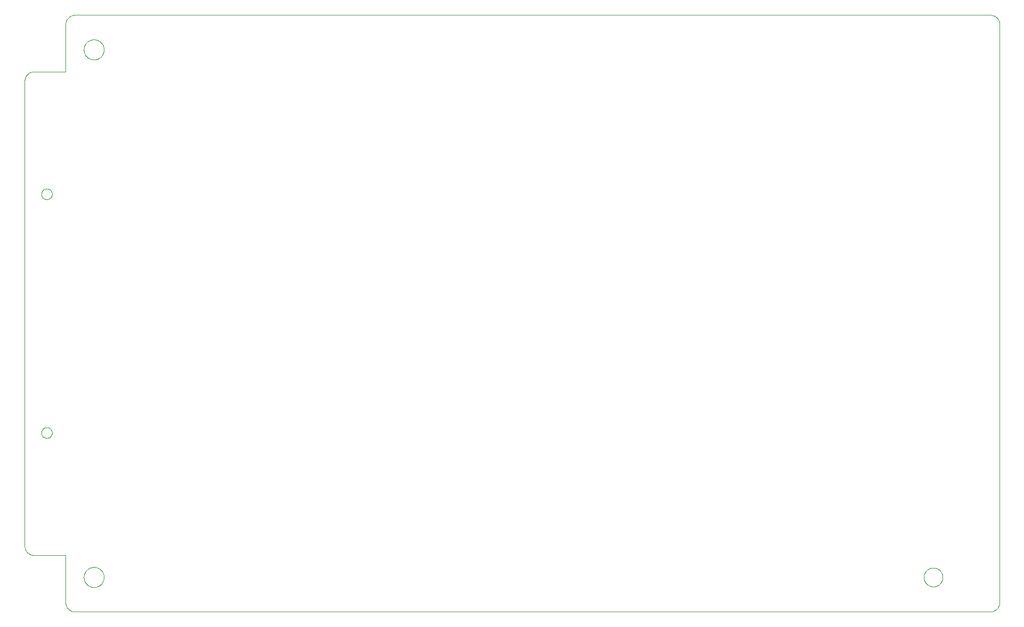
<source format=gko>
G75*
%MOIN*%
%OFA0B0*%
%FSLAX25Y25*%
%IPPOS*%
%LPD*%
%AMOC8*
5,1,8,0,0,1.08239X$1,22.5*
%
%ADD10C,0.00394*%
%ADD11C,0.00000*%
D10*
X0187207Y0072122D02*
X0187207Y0363461D01*
X0187209Y0363613D01*
X0187215Y0363765D01*
X0187225Y0363917D01*
X0187238Y0364068D01*
X0187256Y0364219D01*
X0187277Y0364370D01*
X0187303Y0364520D01*
X0187332Y0364669D01*
X0187365Y0364818D01*
X0187402Y0364965D01*
X0187442Y0365112D01*
X0187487Y0365257D01*
X0187535Y0365401D01*
X0187587Y0365544D01*
X0187642Y0365686D01*
X0187701Y0365826D01*
X0187764Y0365965D01*
X0187830Y0366102D01*
X0187900Y0366237D01*
X0187973Y0366370D01*
X0188050Y0366501D01*
X0188130Y0366631D01*
X0188213Y0366758D01*
X0188299Y0366883D01*
X0188389Y0367006D01*
X0188482Y0367126D01*
X0188578Y0367244D01*
X0188677Y0367360D01*
X0188779Y0367473D01*
X0188883Y0367583D01*
X0188991Y0367691D01*
X0189101Y0367795D01*
X0189214Y0367897D01*
X0189330Y0367996D01*
X0189448Y0368092D01*
X0189568Y0368185D01*
X0189691Y0368275D01*
X0189816Y0368361D01*
X0189943Y0368444D01*
X0190073Y0368524D01*
X0190204Y0368601D01*
X0190337Y0368674D01*
X0190472Y0368744D01*
X0190609Y0368810D01*
X0190748Y0368873D01*
X0190888Y0368932D01*
X0191030Y0368987D01*
X0191173Y0369039D01*
X0191317Y0369087D01*
X0191462Y0369132D01*
X0191609Y0369172D01*
X0191756Y0369209D01*
X0191905Y0369242D01*
X0192054Y0369271D01*
X0192204Y0369297D01*
X0192355Y0369318D01*
X0192506Y0369336D01*
X0192657Y0369349D01*
X0192809Y0369359D01*
X0192961Y0369365D01*
X0193113Y0369367D01*
X0193113Y0369366D02*
X0212798Y0369366D01*
X0212798Y0398894D01*
X0212797Y0398894D02*
X0212799Y0399046D01*
X0212805Y0399198D01*
X0212815Y0399350D01*
X0212828Y0399501D01*
X0212846Y0399652D01*
X0212867Y0399803D01*
X0212893Y0399953D01*
X0212922Y0400102D01*
X0212955Y0400251D01*
X0212992Y0400398D01*
X0213032Y0400545D01*
X0213077Y0400690D01*
X0213125Y0400834D01*
X0213177Y0400977D01*
X0213232Y0401119D01*
X0213291Y0401259D01*
X0213354Y0401398D01*
X0213420Y0401535D01*
X0213490Y0401670D01*
X0213563Y0401803D01*
X0213640Y0401934D01*
X0213720Y0402064D01*
X0213803Y0402191D01*
X0213889Y0402316D01*
X0213979Y0402439D01*
X0214072Y0402559D01*
X0214168Y0402677D01*
X0214267Y0402793D01*
X0214369Y0402906D01*
X0214473Y0403016D01*
X0214581Y0403124D01*
X0214691Y0403228D01*
X0214804Y0403330D01*
X0214920Y0403429D01*
X0215038Y0403525D01*
X0215158Y0403618D01*
X0215281Y0403708D01*
X0215406Y0403794D01*
X0215533Y0403877D01*
X0215663Y0403957D01*
X0215794Y0404034D01*
X0215927Y0404107D01*
X0216062Y0404177D01*
X0216199Y0404243D01*
X0216338Y0404306D01*
X0216478Y0404365D01*
X0216620Y0404420D01*
X0216763Y0404472D01*
X0216907Y0404520D01*
X0217052Y0404565D01*
X0217199Y0404605D01*
X0217346Y0404642D01*
X0217495Y0404675D01*
X0217644Y0404704D01*
X0217794Y0404730D01*
X0217945Y0404751D01*
X0218096Y0404769D01*
X0218247Y0404782D01*
X0218399Y0404792D01*
X0218551Y0404798D01*
X0218703Y0404800D01*
X0218703Y0404799D02*
X0791538Y0404799D01*
X0791538Y0404800D02*
X0791690Y0404798D01*
X0791842Y0404792D01*
X0791994Y0404782D01*
X0792145Y0404769D01*
X0792296Y0404751D01*
X0792447Y0404730D01*
X0792597Y0404704D01*
X0792746Y0404675D01*
X0792895Y0404642D01*
X0793042Y0404605D01*
X0793189Y0404565D01*
X0793334Y0404520D01*
X0793478Y0404472D01*
X0793621Y0404420D01*
X0793763Y0404365D01*
X0793903Y0404306D01*
X0794042Y0404243D01*
X0794179Y0404177D01*
X0794314Y0404107D01*
X0794447Y0404034D01*
X0794578Y0403957D01*
X0794708Y0403877D01*
X0794835Y0403794D01*
X0794960Y0403708D01*
X0795083Y0403618D01*
X0795203Y0403525D01*
X0795321Y0403429D01*
X0795437Y0403330D01*
X0795550Y0403228D01*
X0795660Y0403124D01*
X0795768Y0403016D01*
X0795872Y0402906D01*
X0795974Y0402793D01*
X0796073Y0402677D01*
X0796169Y0402559D01*
X0796262Y0402439D01*
X0796352Y0402316D01*
X0796438Y0402191D01*
X0796521Y0402064D01*
X0796601Y0401934D01*
X0796678Y0401803D01*
X0796751Y0401670D01*
X0796821Y0401535D01*
X0796887Y0401398D01*
X0796950Y0401259D01*
X0797009Y0401119D01*
X0797064Y0400977D01*
X0797116Y0400834D01*
X0797164Y0400690D01*
X0797209Y0400545D01*
X0797249Y0400398D01*
X0797286Y0400251D01*
X0797319Y0400102D01*
X0797348Y0399953D01*
X0797374Y0399803D01*
X0797395Y0399652D01*
X0797413Y0399501D01*
X0797426Y0399350D01*
X0797436Y0399198D01*
X0797442Y0399046D01*
X0797444Y0398894D01*
X0797444Y0036689D01*
X0797442Y0036537D01*
X0797436Y0036385D01*
X0797426Y0036233D01*
X0797413Y0036082D01*
X0797395Y0035931D01*
X0797374Y0035780D01*
X0797348Y0035630D01*
X0797319Y0035481D01*
X0797286Y0035332D01*
X0797249Y0035185D01*
X0797209Y0035038D01*
X0797164Y0034893D01*
X0797116Y0034749D01*
X0797064Y0034606D01*
X0797009Y0034464D01*
X0796950Y0034324D01*
X0796887Y0034185D01*
X0796821Y0034048D01*
X0796751Y0033913D01*
X0796678Y0033780D01*
X0796601Y0033649D01*
X0796521Y0033519D01*
X0796438Y0033392D01*
X0796352Y0033267D01*
X0796262Y0033144D01*
X0796169Y0033024D01*
X0796073Y0032906D01*
X0795974Y0032790D01*
X0795872Y0032677D01*
X0795768Y0032567D01*
X0795660Y0032459D01*
X0795550Y0032355D01*
X0795437Y0032253D01*
X0795321Y0032154D01*
X0795203Y0032058D01*
X0795083Y0031965D01*
X0794960Y0031875D01*
X0794835Y0031789D01*
X0794708Y0031706D01*
X0794578Y0031626D01*
X0794447Y0031549D01*
X0794314Y0031476D01*
X0794179Y0031406D01*
X0794042Y0031340D01*
X0793903Y0031277D01*
X0793763Y0031218D01*
X0793621Y0031163D01*
X0793478Y0031111D01*
X0793334Y0031063D01*
X0793189Y0031018D01*
X0793042Y0030978D01*
X0792895Y0030941D01*
X0792746Y0030908D01*
X0792597Y0030879D01*
X0792447Y0030853D01*
X0792296Y0030832D01*
X0792145Y0030814D01*
X0791994Y0030801D01*
X0791842Y0030791D01*
X0791690Y0030785D01*
X0791538Y0030783D01*
X0218703Y0030783D01*
X0218551Y0030785D01*
X0218399Y0030791D01*
X0218247Y0030801D01*
X0218096Y0030814D01*
X0217945Y0030832D01*
X0217794Y0030853D01*
X0217644Y0030879D01*
X0217495Y0030908D01*
X0217346Y0030941D01*
X0217199Y0030978D01*
X0217052Y0031018D01*
X0216907Y0031063D01*
X0216763Y0031111D01*
X0216620Y0031163D01*
X0216478Y0031218D01*
X0216338Y0031277D01*
X0216199Y0031340D01*
X0216062Y0031406D01*
X0215927Y0031476D01*
X0215794Y0031549D01*
X0215663Y0031626D01*
X0215533Y0031706D01*
X0215406Y0031789D01*
X0215281Y0031875D01*
X0215158Y0031965D01*
X0215038Y0032058D01*
X0214920Y0032154D01*
X0214804Y0032253D01*
X0214691Y0032355D01*
X0214581Y0032459D01*
X0214473Y0032567D01*
X0214369Y0032677D01*
X0214267Y0032790D01*
X0214168Y0032906D01*
X0214072Y0033024D01*
X0213979Y0033144D01*
X0213889Y0033267D01*
X0213803Y0033392D01*
X0213720Y0033519D01*
X0213640Y0033649D01*
X0213563Y0033780D01*
X0213490Y0033913D01*
X0213420Y0034048D01*
X0213354Y0034185D01*
X0213291Y0034324D01*
X0213232Y0034464D01*
X0213177Y0034606D01*
X0213125Y0034749D01*
X0213077Y0034893D01*
X0213032Y0035038D01*
X0212992Y0035185D01*
X0212955Y0035332D01*
X0212922Y0035481D01*
X0212893Y0035630D01*
X0212867Y0035780D01*
X0212846Y0035931D01*
X0212828Y0036082D01*
X0212815Y0036233D01*
X0212805Y0036385D01*
X0212799Y0036537D01*
X0212797Y0036689D01*
X0212798Y0036689D02*
X0212798Y0066217D01*
X0193113Y0066217D01*
X0193113Y0066216D02*
X0192961Y0066218D01*
X0192809Y0066224D01*
X0192657Y0066234D01*
X0192506Y0066247D01*
X0192355Y0066265D01*
X0192204Y0066286D01*
X0192054Y0066312D01*
X0191905Y0066341D01*
X0191756Y0066374D01*
X0191609Y0066411D01*
X0191462Y0066451D01*
X0191317Y0066496D01*
X0191173Y0066544D01*
X0191030Y0066596D01*
X0190888Y0066651D01*
X0190748Y0066710D01*
X0190609Y0066773D01*
X0190472Y0066839D01*
X0190337Y0066909D01*
X0190204Y0066982D01*
X0190073Y0067059D01*
X0189943Y0067139D01*
X0189816Y0067222D01*
X0189691Y0067308D01*
X0189568Y0067398D01*
X0189448Y0067491D01*
X0189330Y0067587D01*
X0189214Y0067686D01*
X0189101Y0067788D01*
X0188991Y0067892D01*
X0188883Y0068000D01*
X0188779Y0068110D01*
X0188677Y0068223D01*
X0188578Y0068339D01*
X0188482Y0068457D01*
X0188389Y0068577D01*
X0188299Y0068700D01*
X0188213Y0068825D01*
X0188130Y0068952D01*
X0188050Y0069082D01*
X0187973Y0069213D01*
X0187900Y0069346D01*
X0187830Y0069481D01*
X0187764Y0069618D01*
X0187701Y0069757D01*
X0187642Y0069897D01*
X0187587Y0070039D01*
X0187535Y0070182D01*
X0187487Y0070326D01*
X0187442Y0070471D01*
X0187402Y0070618D01*
X0187365Y0070765D01*
X0187332Y0070914D01*
X0187303Y0071063D01*
X0187277Y0071213D01*
X0187256Y0071364D01*
X0187238Y0071515D01*
X0187225Y0071666D01*
X0187215Y0071818D01*
X0187209Y0071970D01*
X0187207Y0072122D01*
D11*
X0224215Y0052437D02*
X0224217Y0052595D01*
X0224223Y0052753D01*
X0224233Y0052911D01*
X0224247Y0053069D01*
X0224265Y0053226D01*
X0224286Y0053383D01*
X0224312Y0053539D01*
X0224342Y0053695D01*
X0224375Y0053850D01*
X0224413Y0054003D01*
X0224454Y0054156D01*
X0224499Y0054308D01*
X0224548Y0054459D01*
X0224601Y0054608D01*
X0224657Y0054756D01*
X0224717Y0054902D01*
X0224781Y0055047D01*
X0224849Y0055190D01*
X0224920Y0055332D01*
X0224994Y0055472D01*
X0225072Y0055609D01*
X0225154Y0055745D01*
X0225238Y0055879D01*
X0225327Y0056010D01*
X0225418Y0056139D01*
X0225513Y0056266D01*
X0225610Y0056391D01*
X0225711Y0056513D01*
X0225815Y0056632D01*
X0225922Y0056749D01*
X0226032Y0056863D01*
X0226145Y0056974D01*
X0226260Y0057083D01*
X0226378Y0057188D01*
X0226499Y0057290D01*
X0226622Y0057390D01*
X0226748Y0057486D01*
X0226876Y0057579D01*
X0227006Y0057669D01*
X0227139Y0057755D01*
X0227274Y0057839D01*
X0227410Y0057918D01*
X0227549Y0057995D01*
X0227690Y0058067D01*
X0227832Y0058137D01*
X0227976Y0058202D01*
X0228122Y0058264D01*
X0228269Y0058322D01*
X0228418Y0058377D01*
X0228568Y0058428D01*
X0228719Y0058475D01*
X0228871Y0058518D01*
X0229024Y0058557D01*
X0229179Y0058593D01*
X0229334Y0058624D01*
X0229490Y0058652D01*
X0229646Y0058676D01*
X0229803Y0058696D01*
X0229961Y0058712D01*
X0230118Y0058724D01*
X0230277Y0058732D01*
X0230435Y0058736D01*
X0230593Y0058736D01*
X0230751Y0058732D01*
X0230910Y0058724D01*
X0231067Y0058712D01*
X0231225Y0058696D01*
X0231382Y0058676D01*
X0231538Y0058652D01*
X0231694Y0058624D01*
X0231849Y0058593D01*
X0232004Y0058557D01*
X0232157Y0058518D01*
X0232309Y0058475D01*
X0232460Y0058428D01*
X0232610Y0058377D01*
X0232759Y0058322D01*
X0232906Y0058264D01*
X0233052Y0058202D01*
X0233196Y0058137D01*
X0233338Y0058067D01*
X0233479Y0057995D01*
X0233618Y0057918D01*
X0233754Y0057839D01*
X0233889Y0057755D01*
X0234022Y0057669D01*
X0234152Y0057579D01*
X0234280Y0057486D01*
X0234406Y0057390D01*
X0234529Y0057290D01*
X0234650Y0057188D01*
X0234768Y0057083D01*
X0234883Y0056974D01*
X0234996Y0056863D01*
X0235106Y0056749D01*
X0235213Y0056632D01*
X0235317Y0056513D01*
X0235418Y0056391D01*
X0235515Y0056266D01*
X0235610Y0056139D01*
X0235701Y0056010D01*
X0235790Y0055879D01*
X0235874Y0055745D01*
X0235956Y0055609D01*
X0236034Y0055472D01*
X0236108Y0055332D01*
X0236179Y0055190D01*
X0236247Y0055047D01*
X0236311Y0054902D01*
X0236371Y0054756D01*
X0236427Y0054608D01*
X0236480Y0054459D01*
X0236529Y0054308D01*
X0236574Y0054156D01*
X0236615Y0054003D01*
X0236653Y0053850D01*
X0236686Y0053695D01*
X0236716Y0053539D01*
X0236742Y0053383D01*
X0236763Y0053226D01*
X0236781Y0053069D01*
X0236795Y0052911D01*
X0236805Y0052753D01*
X0236811Y0052595D01*
X0236813Y0052437D01*
X0236811Y0052279D01*
X0236805Y0052121D01*
X0236795Y0051963D01*
X0236781Y0051805D01*
X0236763Y0051648D01*
X0236742Y0051491D01*
X0236716Y0051335D01*
X0236686Y0051179D01*
X0236653Y0051024D01*
X0236615Y0050871D01*
X0236574Y0050718D01*
X0236529Y0050566D01*
X0236480Y0050415D01*
X0236427Y0050266D01*
X0236371Y0050118D01*
X0236311Y0049972D01*
X0236247Y0049827D01*
X0236179Y0049684D01*
X0236108Y0049542D01*
X0236034Y0049402D01*
X0235956Y0049265D01*
X0235874Y0049129D01*
X0235790Y0048995D01*
X0235701Y0048864D01*
X0235610Y0048735D01*
X0235515Y0048608D01*
X0235418Y0048483D01*
X0235317Y0048361D01*
X0235213Y0048242D01*
X0235106Y0048125D01*
X0234996Y0048011D01*
X0234883Y0047900D01*
X0234768Y0047791D01*
X0234650Y0047686D01*
X0234529Y0047584D01*
X0234406Y0047484D01*
X0234280Y0047388D01*
X0234152Y0047295D01*
X0234022Y0047205D01*
X0233889Y0047119D01*
X0233754Y0047035D01*
X0233618Y0046956D01*
X0233479Y0046879D01*
X0233338Y0046807D01*
X0233196Y0046737D01*
X0233052Y0046672D01*
X0232906Y0046610D01*
X0232759Y0046552D01*
X0232610Y0046497D01*
X0232460Y0046446D01*
X0232309Y0046399D01*
X0232157Y0046356D01*
X0232004Y0046317D01*
X0231849Y0046281D01*
X0231694Y0046250D01*
X0231538Y0046222D01*
X0231382Y0046198D01*
X0231225Y0046178D01*
X0231067Y0046162D01*
X0230910Y0046150D01*
X0230751Y0046142D01*
X0230593Y0046138D01*
X0230435Y0046138D01*
X0230277Y0046142D01*
X0230118Y0046150D01*
X0229961Y0046162D01*
X0229803Y0046178D01*
X0229646Y0046198D01*
X0229490Y0046222D01*
X0229334Y0046250D01*
X0229179Y0046281D01*
X0229024Y0046317D01*
X0228871Y0046356D01*
X0228719Y0046399D01*
X0228568Y0046446D01*
X0228418Y0046497D01*
X0228269Y0046552D01*
X0228122Y0046610D01*
X0227976Y0046672D01*
X0227832Y0046737D01*
X0227690Y0046807D01*
X0227549Y0046879D01*
X0227410Y0046956D01*
X0227274Y0047035D01*
X0227139Y0047119D01*
X0227006Y0047205D01*
X0226876Y0047295D01*
X0226748Y0047388D01*
X0226622Y0047484D01*
X0226499Y0047584D01*
X0226378Y0047686D01*
X0226260Y0047791D01*
X0226145Y0047900D01*
X0226032Y0048011D01*
X0225922Y0048125D01*
X0225815Y0048242D01*
X0225711Y0048361D01*
X0225610Y0048483D01*
X0225513Y0048608D01*
X0225418Y0048735D01*
X0225327Y0048864D01*
X0225238Y0048995D01*
X0225154Y0049129D01*
X0225072Y0049265D01*
X0224994Y0049402D01*
X0224920Y0049542D01*
X0224849Y0049684D01*
X0224781Y0049827D01*
X0224717Y0049972D01*
X0224657Y0050118D01*
X0224601Y0050266D01*
X0224548Y0050415D01*
X0224499Y0050566D01*
X0224454Y0050718D01*
X0224413Y0050871D01*
X0224375Y0051024D01*
X0224342Y0051179D01*
X0224312Y0051335D01*
X0224286Y0051491D01*
X0224265Y0051648D01*
X0224247Y0051805D01*
X0224233Y0051963D01*
X0224223Y0052121D01*
X0224217Y0052279D01*
X0224215Y0052437D01*
X0197641Y0142988D02*
X0197643Y0143103D01*
X0197649Y0143219D01*
X0197659Y0143334D01*
X0197673Y0143449D01*
X0197691Y0143563D01*
X0197713Y0143676D01*
X0197738Y0143789D01*
X0197768Y0143900D01*
X0197801Y0144011D01*
X0197838Y0144120D01*
X0197879Y0144228D01*
X0197924Y0144335D01*
X0197972Y0144440D01*
X0198024Y0144543D01*
X0198080Y0144644D01*
X0198139Y0144744D01*
X0198201Y0144841D01*
X0198267Y0144936D01*
X0198335Y0145029D01*
X0198407Y0145119D01*
X0198482Y0145207D01*
X0198561Y0145292D01*
X0198642Y0145374D01*
X0198725Y0145454D01*
X0198812Y0145530D01*
X0198901Y0145604D01*
X0198992Y0145674D01*
X0199086Y0145742D01*
X0199182Y0145806D01*
X0199281Y0145866D01*
X0199381Y0145923D01*
X0199483Y0145977D01*
X0199587Y0146027D01*
X0199693Y0146074D01*
X0199800Y0146117D01*
X0199909Y0146156D01*
X0200019Y0146191D01*
X0200130Y0146222D01*
X0200242Y0146250D01*
X0200355Y0146274D01*
X0200469Y0146294D01*
X0200584Y0146310D01*
X0200699Y0146322D01*
X0200814Y0146330D01*
X0200929Y0146334D01*
X0201045Y0146334D01*
X0201160Y0146330D01*
X0201275Y0146322D01*
X0201390Y0146310D01*
X0201505Y0146294D01*
X0201619Y0146274D01*
X0201732Y0146250D01*
X0201844Y0146222D01*
X0201955Y0146191D01*
X0202065Y0146156D01*
X0202174Y0146117D01*
X0202281Y0146074D01*
X0202387Y0146027D01*
X0202491Y0145977D01*
X0202593Y0145923D01*
X0202693Y0145866D01*
X0202792Y0145806D01*
X0202888Y0145742D01*
X0202982Y0145674D01*
X0203073Y0145604D01*
X0203162Y0145530D01*
X0203249Y0145454D01*
X0203332Y0145374D01*
X0203413Y0145292D01*
X0203492Y0145207D01*
X0203567Y0145119D01*
X0203639Y0145029D01*
X0203707Y0144936D01*
X0203773Y0144841D01*
X0203835Y0144744D01*
X0203894Y0144644D01*
X0203950Y0144543D01*
X0204002Y0144440D01*
X0204050Y0144335D01*
X0204095Y0144228D01*
X0204136Y0144120D01*
X0204173Y0144011D01*
X0204206Y0143900D01*
X0204236Y0143789D01*
X0204261Y0143676D01*
X0204283Y0143563D01*
X0204301Y0143449D01*
X0204315Y0143334D01*
X0204325Y0143219D01*
X0204331Y0143103D01*
X0204333Y0142988D01*
X0204331Y0142873D01*
X0204325Y0142757D01*
X0204315Y0142642D01*
X0204301Y0142527D01*
X0204283Y0142413D01*
X0204261Y0142300D01*
X0204236Y0142187D01*
X0204206Y0142076D01*
X0204173Y0141965D01*
X0204136Y0141856D01*
X0204095Y0141748D01*
X0204050Y0141641D01*
X0204002Y0141536D01*
X0203950Y0141433D01*
X0203894Y0141332D01*
X0203835Y0141232D01*
X0203773Y0141135D01*
X0203707Y0141040D01*
X0203639Y0140947D01*
X0203567Y0140857D01*
X0203492Y0140769D01*
X0203413Y0140684D01*
X0203332Y0140602D01*
X0203249Y0140522D01*
X0203162Y0140446D01*
X0203073Y0140372D01*
X0202982Y0140302D01*
X0202888Y0140234D01*
X0202792Y0140170D01*
X0202693Y0140110D01*
X0202593Y0140053D01*
X0202491Y0139999D01*
X0202387Y0139949D01*
X0202281Y0139902D01*
X0202174Y0139859D01*
X0202065Y0139820D01*
X0201955Y0139785D01*
X0201844Y0139754D01*
X0201732Y0139726D01*
X0201619Y0139702D01*
X0201505Y0139682D01*
X0201390Y0139666D01*
X0201275Y0139654D01*
X0201160Y0139646D01*
X0201045Y0139642D01*
X0200929Y0139642D01*
X0200814Y0139646D01*
X0200699Y0139654D01*
X0200584Y0139666D01*
X0200469Y0139682D01*
X0200355Y0139702D01*
X0200242Y0139726D01*
X0200130Y0139754D01*
X0200019Y0139785D01*
X0199909Y0139820D01*
X0199800Y0139859D01*
X0199693Y0139902D01*
X0199587Y0139949D01*
X0199483Y0139999D01*
X0199381Y0140053D01*
X0199281Y0140110D01*
X0199182Y0140170D01*
X0199086Y0140234D01*
X0198992Y0140302D01*
X0198901Y0140372D01*
X0198812Y0140446D01*
X0198725Y0140522D01*
X0198642Y0140602D01*
X0198561Y0140684D01*
X0198482Y0140769D01*
X0198407Y0140857D01*
X0198335Y0140947D01*
X0198267Y0141040D01*
X0198201Y0141135D01*
X0198139Y0141232D01*
X0198080Y0141332D01*
X0198024Y0141433D01*
X0197972Y0141536D01*
X0197924Y0141641D01*
X0197879Y0141748D01*
X0197838Y0141856D01*
X0197801Y0141965D01*
X0197768Y0142076D01*
X0197738Y0142187D01*
X0197713Y0142300D01*
X0197691Y0142413D01*
X0197673Y0142527D01*
X0197659Y0142642D01*
X0197649Y0142757D01*
X0197643Y0142873D01*
X0197641Y0142988D01*
X0197641Y0292594D02*
X0197643Y0292709D01*
X0197649Y0292825D01*
X0197659Y0292940D01*
X0197673Y0293055D01*
X0197691Y0293169D01*
X0197713Y0293282D01*
X0197738Y0293395D01*
X0197768Y0293506D01*
X0197801Y0293617D01*
X0197838Y0293726D01*
X0197879Y0293834D01*
X0197924Y0293941D01*
X0197972Y0294046D01*
X0198024Y0294149D01*
X0198080Y0294250D01*
X0198139Y0294350D01*
X0198201Y0294447D01*
X0198267Y0294542D01*
X0198335Y0294635D01*
X0198407Y0294725D01*
X0198482Y0294813D01*
X0198561Y0294898D01*
X0198642Y0294980D01*
X0198725Y0295060D01*
X0198812Y0295136D01*
X0198901Y0295210D01*
X0198992Y0295280D01*
X0199086Y0295348D01*
X0199182Y0295412D01*
X0199281Y0295472D01*
X0199381Y0295529D01*
X0199483Y0295583D01*
X0199587Y0295633D01*
X0199693Y0295680D01*
X0199800Y0295723D01*
X0199909Y0295762D01*
X0200019Y0295797D01*
X0200130Y0295828D01*
X0200242Y0295856D01*
X0200355Y0295880D01*
X0200469Y0295900D01*
X0200584Y0295916D01*
X0200699Y0295928D01*
X0200814Y0295936D01*
X0200929Y0295940D01*
X0201045Y0295940D01*
X0201160Y0295936D01*
X0201275Y0295928D01*
X0201390Y0295916D01*
X0201505Y0295900D01*
X0201619Y0295880D01*
X0201732Y0295856D01*
X0201844Y0295828D01*
X0201955Y0295797D01*
X0202065Y0295762D01*
X0202174Y0295723D01*
X0202281Y0295680D01*
X0202387Y0295633D01*
X0202491Y0295583D01*
X0202593Y0295529D01*
X0202693Y0295472D01*
X0202792Y0295412D01*
X0202888Y0295348D01*
X0202982Y0295280D01*
X0203073Y0295210D01*
X0203162Y0295136D01*
X0203249Y0295060D01*
X0203332Y0294980D01*
X0203413Y0294898D01*
X0203492Y0294813D01*
X0203567Y0294725D01*
X0203639Y0294635D01*
X0203707Y0294542D01*
X0203773Y0294447D01*
X0203835Y0294350D01*
X0203894Y0294250D01*
X0203950Y0294149D01*
X0204002Y0294046D01*
X0204050Y0293941D01*
X0204095Y0293834D01*
X0204136Y0293726D01*
X0204173Y0293617D01*
X0204206Y0293506D01*
X0204236Y0293395D01*
X0204261Y0293282D01*
X0204283Y0293169D01*
X0204301Y0293055D01*
X0204315Y0292940D01*
X0204325Y0292825D01*
X0204331Y0292709D01*
X0204333Y0292594D01*
X0204331Y0292479D01*
X0204325Y0292363D01*
X0204315Y0292248D01*
X0204301Y0292133D01*
X0204283Y0292019D01*
X0204261Y0291906D01*
X0204236Y0291793D01*
X0204206Y0291682D01*
X0204173Y0291571D01*
X0204136Y0291462D01*
X0204095Y0291354D01*
X0204050Y0291247D01*
X0204002Y0291142D01*
X0203950Y0291039D01*
X0203894Y0290938D01*
X0203835Y0290838D01*
X0203773Y0290741D01*
X0203707Y0290646D01*
X0203639Y0290553D01*
X0203567Y0290463D01*
X0203492Y0290375D01*
X0203413Y0290290D01*
X0203332Y0290208D01*
X0203249Y0290128D01*
X0203162Y0290052D01*
X0203073Y0289978D01*
X0202982Y0289908D01*
X0202888Y0289840D01*
X0202792Y0289776D01*
X0202693Y0289716D01*
X0202593Y0289659D01*
X0202491Y0289605D01*
X0202387Y0289555D01*
X0202281Y0289508D01*
X0202174Y0289465D01*
X0202065Y0289426D01*
X0201955Y0289391D01*
X0201844Y0289360D01*
X0201732Y0289332D01*
X0201619Y0289308D01*
X0201505Y0289288D01*
X0201390Y0289272D01*
X0201275Y0289260D01*
X0201160Y0289252D01*
X0201045Y0289248D01*
X0200929Y0289248D01*
X0200814Y0289252D01*
X0200699Y0289260D01*
X0200584Y0289272D01*
X0200469Y0289288D01*
X0200355Y0289308D01*
X0200242Y0289332D01*
X0200130Y0289360D01*
X0200019Y0289391D01*
X0199909Y0289426D01*
X0199800Y0289465D01*
X0199693Y0289508D01*
X0199587Y0289555D01*
X0199483Y0289605D01*
X0199381Y0289659D01*
X0199281Y0289716D01*
X0199182Y0289776D01*
X0199086Y0289840D01*
X0198992Y0289908D01*
X0198901Y0289978D01*
X0198812Y0290052D01*
X0198725Y0290128D01*
X0198642Y0290208D01*
X0198561Y0290290D01*
X0198482Y0290375D01*
X0198407Y0290463D01*
X0198335Y0290553D01*
X0198267Y0290646D01*
X0198201Y0290741D01*
X0198139Y0290838D01*
X0198080Y0290938D01*
X0198024Y0291039D01*
X0197972Y0291142D01*
X0197924Y0291247D01*
X0197879Y0291354D01*
X0197838Y0291462D01*
X0197801Y0291571D01*
X0197768Y0291682D01*
X0197738Y0291793D01*
X0197713Y0291906D01*
X0197691Y0292019D01*
X0197673Y0292133D01*
X0197659Y0292248D01*
X0197649Y0292363D01*
X0197643Y0292479D01*
X0197641Y0292594D01*
X0224215Y0383146D02*
X0224217Y0383304D01*
X0224223Y0383462D01*
X0224233Y0383620D01*
X0224247Y0383778D01*
X0224265Y0383935D01*
X0224286Y0384092D01*
X0224312Y0384248D01*
X0224342Y0384404D01*
X0224375Y0384559D01*
X0224413Y0384712D01*
X0224454Y0384865D01*
X0224499Y0385017D01*
X0224548Y0385168D01*
X0224601Y0385317D01*
X0224657Y0385465D01*
X0224717Y0385611D01*
X0224781Y0385756D01*
X0224849Y0385899D01*
X0224920Y0386041D01*
X0224994Y0386181D01*
X0225072Y0386318D01*
X0225154Y0386454D01*
X0225238Y0386588D01*
X0225327Y0386719D01*
X0225418Y0386848D01*
X0225513Y0386975D01*
X0225610Y0387100D01*
X0225711Y0387222D01*
X0225815Y0387341D01*
X0225922Y0387458D01*
X0226032Y0387572D01*
X0226145Y0387683D01*
X0226260Y0387792D01*
X0226378Y0387897D01*
X0226499Y0387999D01*
X0226622Y0388099D01*
X0226748Y0388195D01*
X0226876Y0388288D01*
X0227006Y0388378D01*
X0227139Y0388464D01*
X0227274Y0388548D01*
X0227410Y0388627D01*
X0227549Y0388704D01*
X0227690Y0388776D01*
X0227832Y0388846D01*
X0227976Y0388911D01*
X0228122Y0388973D01*
X0228269Y0389031D01*
X0228418Y0389086D01*
X0228568Y0389137D01*
X0228719Y0389184D01*
X0228871Y0389227D01*
X0229024Y0389266D01*
X0229179Y0389302D01*
X0229334Y0389333D01*
X0229490Y0389361D01*
X0229646Y0389385D01*
X0229803Y0389405D01*
X0229961Y0389421D01*
X0230118Y0389433D01*
X0230277Y0389441D01*
X0230435Y0389445D01*
X0230593Y0389445D01*
X0230751Y0389441D01*
X0230910Y0389433D01*
X0231067Y0389421D01*
X0231225Y0389405D01*
X0231382Y0389385D01*
X0231538Y0389361D01*
X0231694Y0389333D01*
X0231849Y0389302D01*
X0232004Y0389266D01*
X0232157Y0389227D01*
X0232309Y0389184D01*
X0232460Y0389137D01*
X0232610Y0389086D01*
X0232759Y0389031D01*
X0232906Y0388973D01*
X0233052Y0388911D01*
X0233196Y0388846D01*
X0233338Y0388776D01*
X0233479Y0388704D01*
X0233618Y0388627D01*
X0233754Y0388548D01*
X0233889Y0388464D01*
X0234022Y0388378D01*
X0234152Y0388288D01*
X0234280Y0388195D01*
X0234406Y0388099D01*
X0234529Y0387999D01*
X0234650Y0387897D01*
X0234768Y0387792D01*
X0234883Y0387683D01*
X0234996Y0387572D01*
X0235106Y0387458D01*
X0235213Y0387341D01*
X0235317Y0387222D01*
X0235418Y0387100D01*
X0235515Y0386975D01*
X0235610Y0386848D01*
X0235701Y0386719D01*
X0235790Y0386588D01*
X0235874Y0386454D01*
X0235956Y0386318D01*
X0236034Y0386181D01*
X0236108Y0386041D01*
X0236179Y0385899D01*
X0236247Y0385756D01*
X0236311Y0385611D01*
X0236371Y0385465D01*
X0236427Y0385317D01*
X0236480Y0385168D01*
X0236529Y0385017D01*
X0236574Y0384865D01*
X0236615Y0384712D01*
X0236653Y0384559D01*
X0236686Y0384404D01*
X0236716Y0384248D01*
X0236742Y0384092D01*
X0236763Y0383935D01*
X0236781Y0383778D01*
X0236795Y0383620D01*
X0236805Y0383462D01*
X0236811Y0383304D01*
X0236813Y0383146D01*
X0236811Y0382988D01*
X0236805Y0382830D01*
X0236795Y0382672D01*
X0236781Y0382514D01*
X0236763Y0382357D01*
X0236742Y0382200D01*
X0236716Y0382044D01*
X0236686Y0381888D01*
X0236653Y0381733D01*
X0236615Y0381580D01*
X0236574Y0381427D01*
X0236529Y0381275D01*
X0236480Y0381124D01*
X0236427Y0380975D01*
X0236371Y0380827D01*
X0236311Y0380681D01*
X0236247Y0380536D01*
X0236179Y0380393D01*
X0236108Y0380251D01*
X0236034Y0380111D01*
X0235956Y0379974D01*
X0235874Y0379838D01*
X0235790Y0379704D01*
X0235701Y0379573D01*
X0235610Y0379444D01*
X0235515Y0379317D01*
X0235418Y0379192D01*
X0235317Y0379070D01*
X0235213Y0378951D01*
X0235106Y0378834D01*
X0234996Y0378720D01*
X0234883Y0378609D01*
X0234768Y0378500D01*
X0234650Y0378395D01*
X0234529Y0378293D01*
X0234406Y0378193D01*
X0234280Y0378097D01*
X0234152Y0378004D01*
X0234022Y0377914D01*
X0233889Y0377828D01*
X0233754Y0377744D01*
X0233618Y0377665D01*
X0233479Y0377588D01*
X0233338Y0377516D01*
X0233196Y0377446D01*
X0233052Y0377381D01*
X0232906Y0377319D01*
X0232759Y0377261D01*
X0232610Y0377206D01*
X0232460Y0377155D01*
X0232309Y0377108D01*
X0232157Y0377065D01*
X0232004Y0377026D01*
X0231849Y0376990D01*
X0231694Y0376959D01*
X0231538Y0376931D01*
X0231382Y0376907D01*
X0231225Y0376887D01*
X0231067Y0376871D01*
X0230910Y0376859D01*
X0230751Y0376851D01*
X0230593Y0376847D01*
X0230435Y0376847D01*
X0230277Y0376851D01*
X0230118Y0376859D01*
X0229961Y0376871D01*
X0229803Y0376887D01*
X0229646Y0376907D01*
X0229490Y0376931D01*
X0229334Y0376959D01*
X0229179Y0376990D01*
X0229024Y0377026D01*
X0228871Y0377065D01*
X0228719Y0377108D01*
X0228568Y0377155D01*
X0228418Y0377206D01*
X0228269Y0377261D01*
X0228122Y0377319D01*
X0227976Y0377381D01*
X0227832Y0377446D01*
X0227690Y0377516D01*
X0227549Y0377588D01*
X0227410Y0377665D01*
X0227274Y0377744D01*
X0227139Y0377828D01*
X0227006Y0377914D01*
X0226876Y0378004D01*
X0226748Y0378097D01*
X0226622Y0378193D01*
X0226499Y0378293D01*
X0226378Y0378395D01*
X0226260Y0378500D01*
X0226145Y0378609D01*
X0226032Y0378720D01*
X0225922Y0378834D01*
X0225815Y0378951D01*
X0225711Y0379070D01*
X0225610Y0379192D01*
X0225513Y0379317D01*
X0225418Y0379444D01*
X0225327Y0379573D01*
X0225238Y0379704D01*
X0225154Y0379838D01*
X0225072Y0379974D01*
X0224994Y0380111D01*
X0224920Y0380251D01*
X0224849Y0380393D01*
X0224781Y0380536D01*
X0224717Y0380681D01*
X0224657Y0380827D01*
X0224601Y0380975D01*
X0224548Y0381124D01*
X0224499Y0381275D01*
X0224454Y0381427D01*
X0224413Y0381580D01*
X0224375Y0381733D01*
X0224342Y0381888D01*
X0224312Y0382044D01*
X0224286Y0382200D01*
X0224265Y0382357D01*
X0224247Y0382514D01*
X0224233Y0382672D01*
X0224223Y0382830D01*
X0224217Y0382988D01*
X0224215Y0383146D01*
X0750042Y0052437D02*
X0750044Y0052590D01*
X0750050Y0052744D01*
X0750060Y0052897D01*
X0750074Y0053049D01*
X0750092Y0053202D01*
X0750114Y0053353D01*
X0750139Y0053504D01*
X0750169Y0053655D01*
X0750203Y0053805D01*
X0750240Y0053953D01*
X0750281Y0054101D01*
X0750326Y0054247D01*
X0750375Y0054393D01*
X0750428Y0054537D01*
X0750484Y0054679D01*
X0750544Y0054820D01*
X0750608Y0054960D01*
X0750675Y0055098D01*
X0750746Y0055234D01*
X0750821Y0055368D01*
X0750898Y0055500D01*
X0750980Y0055630D01*
X0751064Y0055758D01*
X0751152Y0055884D01*
X0751243Y0056007D01*
X0751337Y0056128D01*
X0751435Y0056246D01*
X0751535Y0056362D01*
X0751639Y0056475D01*
X0751745Y0056586D01*
X0751854Y0056694D01*
X0751966Y0056799D01*
X0752080Y0056900D01*
X0752198Y0056999D01*
X0752317Y0057095D01*
X0752439Y0057188D01*
X0752564Y0057277D01*
X0752691Y0057364D01*
X0752820Y0057446D01*
X0752951Y0057526D01*
X0753084Y0057602D01*
X0753219Y0057675D01*
X0753356Y0057744D01*
X0753495Y0057809D01*
X0753635Y0057871D01*
X0753777Y0057929D01*
X0753920Y0057984D01*
X0754065Y0058035D01*
X0754211Y0058082D01*
X0754358Y0058125D01*
X0754506Y0058164D01*
X0754655Y0058200D01*
X0754805Y0058231D01*
X0754956Y0058259D01*
X0755107Y0058283D01*
X0755260Y0058303D01*
X0755412Y0058319D01*
X0755565Y0058331D01*
X0755718Y0058339D01*
X0755871Y0058343D01*
X0756025Y0058343D01*
X0756178Y0058339D01*
X0756331Y0058331D01*
X0756484Y0058319D01*
X0756636Y0058303D01*
X0756789Y0058283D01*
X0756940Y0058259D01*
X0757091Y0058231D01*
X0757241Y0058200D01*
X0757390Y0058164D01*
X0757538Y0058125D01*
X0757685Y0058082D01*
X0757831Y0058035D01*
X0757976Y0057984D01*
X0758119Y0057929D01*
X0758261Y0057871D01*
X0758401Y0057809D01*
X0758540Y0057744D01*
X0758677Y0057675D01*
X0758812Y0057602D01*
X0758945Y0057526D01*
X0759076Y0057446D01*
X0759205Y0057364D01*
X0759332Y0057277D01*
X0759457Y0057188D01*
X0759579Y0057095D01*
X0759698Y0056999D01*
X0759816Y0056900D01*
X0759930Y0056799D01*
X0760042Y0056694D01*
X0760151Y0056586D01*
X0760257Y0056475D01*
X0760361Y0056362D01*
X0760461Y0056246D01*
X0760559Y0056128D01*
X0760653Y0056007D01*
X0760744Y0055884D01*
X0760832Y0055758D01*
X0760916Y0055630D01*
X0760998Y0055500D01*
X0761075Y0055368D01*
X0761150Y0055234D01*
X0761221Y0055098D01*
X0761288Y0054960D01*
X0761352Y0054820D01*
X0761412Y0054679D01*
X0761468Y0054537D01*
X0761521Y0054393D01*
X0761570Y0054247D01*
X0761615Y0054101D01*
X0761656Y0053953D01*
X0761693Y0053805D01*
X0761727Y0053655D01*
X0761757Y0053504D01*
X0761782Y0053353D01*
X0761804Y0053202D01*
X0761822Y0053049D01*
X0761836Y0052897D01*
X0761846Y0052744D01*
X0761852Y0052590D01*
X0761854Y0052437D01*
X0761852Y0052284D01*
X0761846Y0052130D01*
X0761836Y0051977D01*
X0761822Y0051825D01*
X0761804Y0051672D01*
X0761782Y0051521D01*
X0761757Y0051370D01*
X0761727Y0051219D01*
X0761693Y0051069D01*
X0761656Y0050921D01*
X0761615Y0050773D01*
X0761570Y0050627D01*
X0761521Y0050481D01*
X0761468Y0050337D01*
X0761412Y0050195D01*
X0761352Y0050054D01*
X0761288Y0049914D01*
X0761221Y0049776D01*
X0761150Y0049640D01*
X0761075Y0049506D01*
X0760998Y0049374D01*
X0760916Y0049244D01*
X0760832Y0049116D01*
X0760744Y0048990D01*
X0760653Y0048867D01*
X0760559Y0048746D01*
X0760461Y0048628D01*
X0760361Y0048512D01*
X0760257Y0048399D01*
X0760151Y0048288D01*
X0760042Y0048180D01*
X0759930Y0048075D01*
X0759816Y0047974D01*
X0759698Y0047875D01*
X0759579Y0047779D01*
X0759457Y0047686D01*
X0759332Y0047597D01*
X0759205Y0047510D01*
X0759076Y0047428D01*
X0758945Y0047348D01*
X0758812Y0047272D01*
X0758677Y0047199D01*
X0758540Y0047130D01*
X0758401Y0047065D01*
X0758261Y0047003D01*
X0758119Y0046945D01*
X0757976Y0046890D01*
X0757831Y0046839D01*
X0757685Y0046792D01*
X0757538Y0046749D01*
X0757390Y0046710D01*
X0757241Y0046674D01*
X0757091Y0046643D01*
X0756940Y0046615D01*
X0756789Y0046591D01*
X0756636Y0046571D01*
X0756484Y0046555D01*
X0756331Y0046543D01*
X0756178Y0046535D01*
X0756025Y0046531D01*
X0755871Y0046531D01*
X0755718Y0046535D01*
X0755565Y0046543D01*
X0755412Y0046555D01*
X0755260Y0046571D01*
X0755107Y0046591D01*
X0754956Y0046615D01*
X0754805Y0046643D01*
X0754655Y0046674D01*
X0754506Y0046710D01*
X0754358Y0046749D01*
X0754211Y0046792D01*
X0754065Y0046839D01*
X0753920Y0046890D01*
X0753777Y0046945D01*
X0753635Y0047003D01*
X0753495Y0047065D01*
X0753356Y0047130D01*
X0753219Y0047199D01*
X0753084Y0047272D01*
X0752951Y0047348D01*
X0752820Y0047428D01*
X0752691Y0047510D01*
X0752564Y0047597D01*
X0752439Y0047686D01*
X0752317Y0047779D01*
X0752198Y0047875D01*
X0752080Y0047974D01*
X0751966Y0048075D01*
X0751854Y0048180D01*
X0751745Y0048288D01*
X0751639Y0048399D01*
X0751535Y0048512D01*
X0751435Y0048628D01*
X0751337Y0048746D01*
X0751243Y0048867D01*
X0751152Y0048990D01*
X0751064Y0049116D01*
X0750980Y0049244D01*
X0750898Y0049374D01*
X0750821Y0049506D01*
X0750746Y0049640D01*
X0750675Y0049776D01*
X0750608Y0049914D01*
X0750544Y0050054D01*
X0750484Y0050195D01*
X0750428Y0050337D01*
X0750375Y0050481D01*
X0750326Y0050627D01*
X0750281Y0050773D01*
X0750240Y0050921D01*
X0750203Y0051069D01*
X0750169Y0051219D01*
X0750139Y0051370D01*
X0750114Y0051521D01*
X0750092Y0051672D01*
X0750074Y0051825D01*
X0750060Y0051977D01*
X0750050Y0052130D01*
X0750044Y0052284D01*
X0750042Y0052437D01*
M02*

</source>
